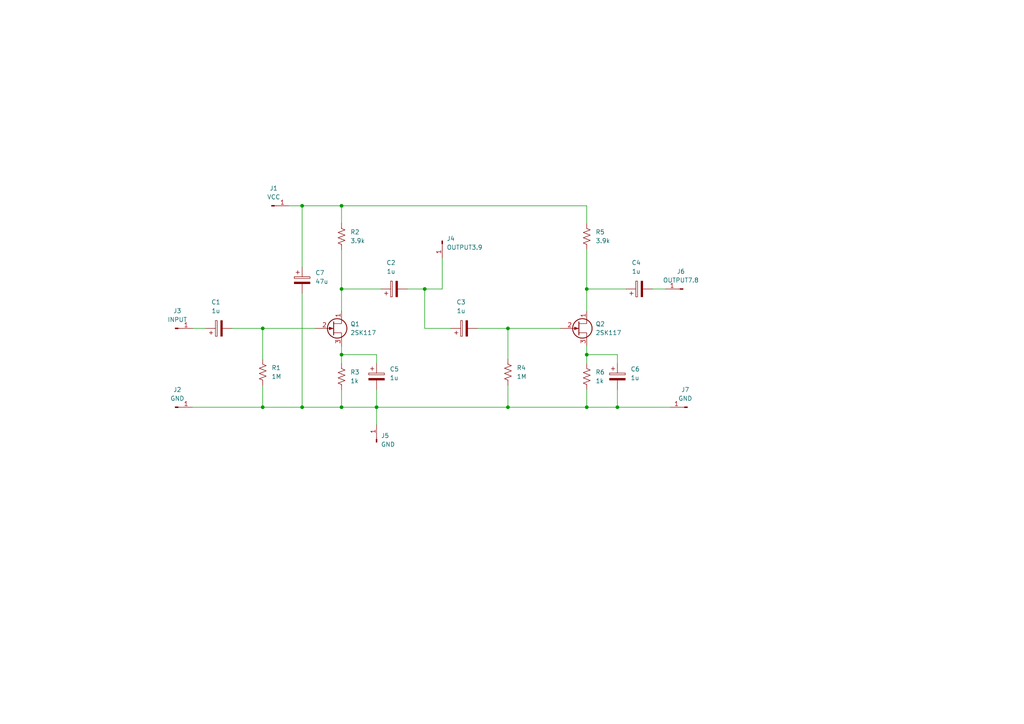
<source format=kicad_sch>
(kicad_sch (version 20211123) (generator eeschema)
  (paper "A4")
  (title_block (title "JFET 3x amplifier"))
  (lib_symbols
    (symbol "Connector:Conn_01x01_Male" (pin_names (offset 1.016) hide)
      (property "Reference" "J" (at 0 2.54 0))
      (property "Value" "Conn_01x01_Male" (at 0 -2.54 0))
      (symbol "Conn_01x01_Male_1_1"
        (polyline (pts (xy 1.27 0) (xy 0.8636 0)) (stroke (width 0.1524)))
        (rectangle (start 0.8636 0.127) (end 0 -0.127) (stroke (width 0.1524)) (fill (type outline)))
        (pin passive line (at 5.08 0 180) (length 3.81) (name "Pin_1") (number "1"))
      )
    )
    (symbol "Device:C_Polarized" (pin_numbers hide) (pin_names (offset 0.254))
      (property "Reference" "C" (at 0.635 2.54 0))
      (property "Value" "C_Polarized" (at 0.635 -2.54 0))
      (symbol "C_Polarized_0_1"
        (rectangle (start -2.286 0.508) (end 2.286 1.016))
        (polyline (pts (xy -1.778 2.286) (xy -0.762 2.286)))
        (polyline (pts (xy -1.27 2.794) (xy -1.27 1.778)))
        (rectangle (start 2.286 -0.508) (end -2.286 -1.016) (fill (type outline)))
      )
      (symbol "C_Polarized_1_1"
        (pin passive line (at 0 3.81 270) (length 2.794) (name "~") (number "1"))
        (pin passive line (at 0 -3.81 90) (length 2.794) (name "~") (number "2"))
      )
    )
    (symbol "Device:Q_NJFET_DGS" (pin_names (offset 0) hide)
      (property "Reference" "Q" (at 5.08 1.27 0))
      (property "Value" "Q_NJFET_DGS" (at 5.08 -1.27 0))
      (symbol "Q_NJFET_DGS_0_1"
        (polyline (pts (xy 0.254 1.905) (xy 0.254 -1.905) (xy 0.254 -1.905)) (stroke (width 0.254)))
        (polyline (pts (xy 2.54 -2.54) (xy 2.54 -1.27) (xy 0.254 -1.27)))
        (polyline (pts (xy 2.54 2.54) (xy 2.54 1.397) (xy 0.254 1.397)))
        (polyline (pts (xy 0 0) (xy -1.016 0.381) (xy -1.016 -0.381) (xy 0 0)) (fill (type outline)))
        (circle (center 1.27 0) (radius 2.8194) (stroke (width 0.254)))
      )
      (symbol "Q_NJFET_DGS_1_1"
        (pin passive line (at 2.54 5.08 270) (length 2.54) (name "D") (number "1"))
        (pin input line (at -5.08 0 0) (length 5.334) (name "G") (number "2"))
        (pin passive line (at 2.54 -5.08 90) (length 2.54) (name "S") (number "3"))
      )
    )
    (symbol "Device:R_US" (pin_numbers hide) (pin_names (offset 0))
      (property "Reference" "R" (at 2.54 0 90))
      (property "Value" "R_US" (at -2.54 0 90))
      (symbol "R_US_0_1"
        (polyline (pts (xy 0 -2.286) (xy 0 -2.54)))
        (polyline (pts (xy 0 2.286) (xy 0 2.54)))
        (polyline (pts (xy 0 -0.762) (xy 1.016 -1.143) (xy 0 -1.524) (xy -1.016 -1.905) (xy 0 -2.286)))
        (polyline (pts (xy 0 0.762) (xy 1.016 0.381) (xy 0 0) (xy -1.016 -0.381) (xy 0 -0.762)))
        (polyline (pts (xy 0 2.286) (xy 1.016 1.905) (xy 0 1.524) (xy -1.016 1.143) (xy 0 0.762)))
      )
      (symbol "R_US_1_1"
        (pin passive line (at 0 3.81 270) (length 1.27) (name "~") (number "1"))
        (pin passive line (at 0 -3.81 90) (length 1.27) (name "~") (number "2"))
      )
    )
  )
  (junction (at 99.06 118.11))
  (junction (at 170.18 83.82))
  (junction (at 87.63 59.69))
  (junction (at 87.63 118.11))
  (junction (at 109.22 118.11))
  (junction (at 147.32 95.25))
  (junction (at 76.2 118.11))
  (junction (at 170.18 102.87))
  (junction (at 147.32 118.11))
  (junction (at 99.06 102.87))
  (junction (at 76.2 95.25))
  (junction (at 123.19 83.82))
  (junction (at 170.18 118.11))
  (junction (at 99.06 83.82))
  (junction (at 179.07 118.11))
  (junction (at 99.06 59.69))
  (wire (pts (xy 55.88 95.25) (xy 59.69 95.25)))
  (wire (pts (xy 87.63 59.69) (xy 83.82 59.69)))
  (wire (pts (xy 109.22 105.41) (xy 109.22 102.87)))
  (wire (pts (xy 99.06 72.39) (xy 99.06 83.82)))
  (wire (pts (xy 138.43 95.25) (xy 147.32 95.25)))
  (wire (pts (xy 179.07 102.87) (xy 170.18 102.87)))
  (wire (pts (xy 128.27 74.93) (xy 128.27 83.82)))
  (wire (pts (xy 76.2 118.11) (xy 87.63 118.11)))
  (wire (pts (xy 170.18 83.82) (xy 181.61 83.82)))
  (wire (pts (xy 76.2 95.25) (xy 91.44 95.25)))
  (wire (pts (xy 123.19 95.25) (xy 123.19 83.82)))
  (wire (pts (xy 87.63 85.09) (xy 87.63 118.11)))
  (wire (pts (xy 99.06 83.82) (xy 110.49 83.82)))
  (wire (pts (xy 99.06 59.69) (xy 99.06 64.77)))
  (wire (pts (xy 99.06 59.69) (xy 170.18 59.69)))
  (wire (pts (xy 99.06 113.03) (xy 99.06 118.11)))
  (wire (pts (xy 170.18 113.03) (xy 170.18 118.11)))
  (wire (pts (xy 147.32 95.25) (xy 162.56 95.25)))
  (wire (pts (xy 87.63 118.11) (xy 99.06 118.11)))
  (wire (pts (xy 147.32 118.11) (xy 170.18 118.11)))
  (wire (pts (xy 76.2 95.25) (xy 76.2 104.14)))
  (wire (pts (xy 109.22 118.11) (xy 147.32 118.11)))
  (wire (pts (xy 76.2 111.76) (xy 76.2 118.11)))
  (wire (pts (xy 87.63 59.69) (xy 99.06 59.69)))
  (wire (pts (xy 118.11 83.82) (xy 123.19 83.82)))
  (wire (pts (xy 179.07 105.41) (xy 179.07 102.87)))
  (wire (pts (xy 189.23 83.82) (xy 193.04 83.82)))
  (wire (pts (xy 109.22 113.03) (xy 109.22 118.11)))
  (wire (pts (xy 179.07 113.03) (xy 179.07 118.11)))
  (wire (pts (xy 170.18 100.33) (xy 170.18 102.87)))
  (wire (pts (xy 170.18 83.82) (xy 170.18 90.17)))
  (wire (pts (xy 87.63 77.47) (xy 87.63 59.69)))
  (wire (pts (xy 170.18 102.87) (xy 170.18 105.41)))
  (wire (pts (xy 123.19 83.82) (xy 128.27 83.82)))
  (wire (pts (xy 170.18 72.39) (xy 170.18 83.82)))
  (wire (pts (xy 170.18 59.69) (xy 170.18 64.77)))
  (wire (pts (xy 147.32 95.25) (xy 147.32 104.14)))
  (wire (pts (xy 99.06 118.11) (xy 109.22 118.11)))
  (wire (pts (xy 170.18 118.11) (xy 179.07 118.11)))
  (wire (pts (xy 109.22 118.11) (xy 109.22 123.19)))
  (wire (pts (xy 55.88 118.11) (xy 76.2 118.11)))
  (wire (pts (xy 99.06 83.82) (xy 99.06 90.17)))
  (wire (pts (xy 123.19 95.25) (xy 130.81 95.25)))
  (wire (pts (xy 99.06 100.33) (xy 99.06 102.87)))
  (wire (pts (xy 147.32 111.76) (xy 147.32 118.11)))
  (wire (pts (xy 109.22 102.87) (xy 99.06 102.87)))
  (wire (pts (xy 99.06 102.87) (xy 99.06 105.41)))
  (wire (pts (xy 67.31 95.25) (xy 76.2 95.25)))
  (wire (pts (xy 179.07 118.11) (xy 194.31 118.11)))
  (symbol (lib_id "Connector:Conn_01x01_Male") (at 198.12 83.82 180) (unit 1)
    (property "Reference" "J6" (at 197.485 78.74 0))
    (property "Value" "OUTPUT7.8" (at 197.485 81.28 0))
    (property "Footprint" "Connector_Pin:Pin_D1.0mm_L10.0mm" (effects hide))
  )
  (symbol (lib_id "Connector:Conn_01x01_Male") (at 199.39 118.11 180) (unit 1)
    (property "Reference" "J7" (at 198.755 113.03 0))
    (property "Value" "GND" (at 198.755 115.57 0))
    (property "Footprint" "Connector_Pin:Pin_D1.0mm_L10.0mm" (effects hide))
  )
  (symbol (lib_id "Device:Q_NJFET_DGS") (at 96.52 95.25 0) (unit 1)
    (property "Reference" "Q1" (at 101.6 93.9799 0) (effects (justify left)))
    (property "Value" "2SK117" (at 101.6 96.5199 0) (effects (justify left)))
    (property "Footprint" "Package_TO_SOT_THT:TO-92L_Inline_Wide" (effects hide))
  )
  (symbol (lib_id "Device:C_Polarized") (at 114.3 83.82 90) (unit 1)
    (property "Reference" "C2" (at 113.411 76.2 90))
    (property "Value" "1u" (at 113.411 78.74 90))
    (property "Footprint" "Capacitor_THT:CP_Radial_D6.3mm_P2.50mm" (effects hide))
  )
  (symbol (lib_id "Device:C_Polarized") (at 87.63 81.28 0) (unit 1)
    (property "Reference" "C7" (at 91.44 79.1209 0) (effects (justify left)))
    (property "Value" "47u" (at 91.44 81.6609 0) (effects (justify left)))
    (property "Footprint" "Capacitor_THT:CP_Radial_D6.3mm_P2.50mm" (effects hide))
  )
  (symbol (lib_id "Device:R_US") (at 170.18 109.22 0) (unit 1)
    (property "Reference" "R6" (at 172.72 107.9499 0) (effects (justify left)))
    (property "Value" "1k" (at 172.72 110.4899 0) (effects (justify left)))
    (property "Footprint" "Resistor_THT:R_Axial_DIN0309_L9.0mm_D3.2mm_P12.70mm_Horizontal" (effects hide))
  )
  (symbol (lib_id "Connector:Conn_01x01_Male") (at 50.8 95.25 0) (unit 1)
    (property "Reference" "J3" (at 51.435 90.17 0))
    (property "Value" "INPUT" (at 51.435 92.71 0))
    (property "Footprint" "Connector_Pin:Pin_D1.0mm_L10.0mm" (effects hide))
  )
  (symbol (lib_id "Device:C_Polarized") (at 63.5 95.25 90) (unit 1)
    (property "Reference" "C1" (at 62.611 87.63 90))
    (property "Value" "1u" (at 62.611 90.17 90))
    (property "Footprint" "Capacitor_THT:CP_Radial_D6.3mm_P2.50mm" (effects hide))
  )
  (symbol (lib_id "Device:R_US") (at 99.06 68.58 0) (unit 1)
    (property "Reference" "R2" (at 101.6 67.3099 0) (effects (justify left)))
    (property "Value" "3.9k" (at 101.6 69.8499 0) (effects (justify left)))
    (property "Footprint" "Resistor_THT:R_Axial_DIN0309_L9.0mm_D3.2mm_P12.70mm_Horizontal" (effects hide))
  )
  (symbol (lib_id "Device:R_US") (at 147.32 107.95 0) (unit 1)
    (property "Reference" "R4" (at 149.86 106.6799 0) (effects (justify left)))
    (property "Value" "1M" (at 149.86 109.2199 0) (effects (justify left)))
    (property "Footprint" "Resistor_THT:R_Axial_DIN0309_L9.0mm_D3.2mm_P12.70mm_Horizontal" (effects hide))
  )
  (symbol (lib_id "Device:C_Polarized") (at 134.62 95.25 90) (unit 1)
    (property "Reference" "C3" (at 133.731 87.63 90))
    (property "Value" "1u" (at 133.731 90.17 90))
    (property "Footprint" "Capacitor_THT:CP_Radial_D6.3mm_P2.50mm" (effects hide))
  )
  (symbol (lib_id "Connector:Conn_01x01_Male") (at 50.8 118.11 0) (unit 1)
    (property "Reference" "J2" (at 51.435 113.03 0))
    (property "Value" "GND" (at 51.435 115.57 0))
    (property "Footprint" "Connector_Pin:Pin_D1.0mm_L10.0mm" (effects hide))
  )
  (symbol (lib_id "Device:C_Polarized") (at 109.22 109.22 0) (unit 1)
    (property "Reference" "C5" (at 113.03 107.0609 0) (effects (justify left)))
    (property "Value" "1u" (at 113.03 109.6009 0) (effects (justify left)))
    (property "Footprint" "Capacitor_THT:CP_Radial_D6.3mm_P2.50mm" (effects hide))
  )
  (symbol (lib_id "Device:R_US") (at 170.18 68.58 0) (unit 1)
    (property "Reference" "R5" (at 172.72 67.3099 0) (effects (justify left)))
    (property "Value" "3.9k" (at 172.72 69.8499 0) (effects (justify left)))
    (property "Footprint" "Resistor_THT:R_Axial_DIN0309_L9.0mm_D3.2mm_P12.70mm_Horizontal" (effects hide))
  )
  (symbol (lib_id "Device:R_US") (at 76.2 107.95 0) (unit 1)
    (property "Reference" "R1" (at 78.74 106.6799 0) (effects (justify left)))
    (property "Value" "1M" (at 78.74 109.2199 0) (effects (justify left)))
    (property "Footprint" "Resistor_THT:R_Axial_DIN0309_L9.0mm_D3.2mm_P12.70mm_Horizontal" (effects hide))
  )
  (symbol (lib_id "Device:Q_NJFET_DGS") (at 167.64 95.25 0) (unit 1)
    (property "Reference" "Q2" (at 172.72 93.9799 0) (effects (justify left)))
    (property "Value" "2SK117" (at 172.72 96.5199 0) (effects (justify left)))
    (property "Footprint" "Package_TO_SOT_THT:TO-92L_Inline_Wide" (effects hide))
  )
  (symbol (lib_id "Connector:Conn_01x01_Male") (at 109.22 128.27 90) (unit 1)
    (property "Reference" "J5" (at 110.49 126.3649 90) (effects (justify right)))
    (property "Value" "GND" (at 110.49 128.9049 90) (effects (justify right)))
    (property "Footprint" "Connector_Pin:Pin_D1.0mm_L10.0mm" (effects hide))
  )
  (symbol (lib_id "Connector:Conn_01x01_Male") (at 78.74 59.69 0) (unit 1)
    (property "Reference" "J1" (at 79.375 54.61 0))
    (property "Value" "VCC" (at 79.375 57.15 0))
    (property "Footprint" "Connector_Pin:Pin_D1.0mm_L10.0mm" (effects hide))
  )
  (symbol (lib_id "Device:C_Polarized") (at 185.42 83.82 90) (unit 1)
    (property "Reference" "C4" (at 184.531 76.2 90))
    (property "Value" "1u" (at 184.531 78.74 90))
    (property "Footprint" "Capacitor_THT:CP_Radial_D6.3mm_P2.50mm" (effects hide))
  )
  (symbol (lib_id "Connector:Conn_01x01_Male") (at 128.27 69.85 270) (unit 1)
    (property "Reference" "J4" (at 129.54 69.2149 90) (effects (justify left)))
    (property "Value" "OUTPUT3.9" (at 129.54 71.7549 90) (effects (justify left)))
    (property "Footprint" "Connector_Pin:Pin_D1.0mm_L10.0mm" (effects hide))
  )
  (symbol (lib_id "Device:C_Polarized") (at 179.07 109.22 0) (unit 1)
    (property "Reference" "C6" (at 182.88 107.0609 0) (effects (justify left)))
    (property "Value" "1u" (at 182.88 109.6009 0) (effects (justify left)))
    (property "Footprint" "Capacitor_THT:CP_Radial_D6.3mm_P2.50mm" (effects hide))
  )
  (symbol (lib_id "Device:R_US") (at 99.06 109.22 0) (unit 1)
    (property "Reference" "R3" (at 101.6 107.9499 0) (effects (justify left)))
    (property "Value" "1k" (at 101.6 110.4899 0) (effects (justify left)))
    (property "Footprint" "Resistor_THT:R_Axial_DIN0309_L9.0mm_D3.2mm_P12.70mm_Horizontal" (effects hide))
  )
)
</source>
